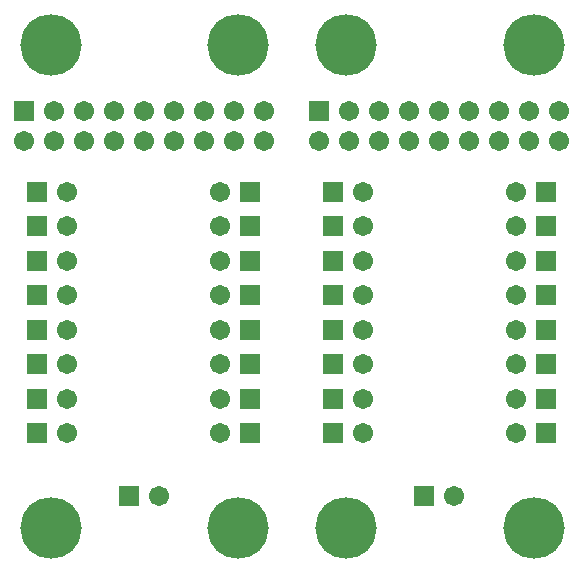
<source format=gbs>
%FSLAX24Y24*%
%MOIN*%
G70*
G01*
G75*
G04 Layer_Color=16711935*
%ADD10R,0.0433X0.0551*%
%ADD11R,0.0354X0.0276*%
%ADD12R,0.0335X0.0138*%
%ADD13R,0.0276X0.0354*%
%ADD14C,0.0100*%
%ADD15C,0.0300*%
%ADD16C,0.0250*%
%ADD17R,0.0591X0.0591*%
%ADD18C,0.0591*%
%ADD19C,0.1969*%
%ADD20C,0.0150*%
%ADD21C,0.0200*%
%ADD22C,0.0098*%
%ADD23C,0.0079*%
%ADD24C,0.0063*%
%ADD25C,0.0060*%
%ADD26R,0.0513X0.0631*%
%ADD27R,0.0434X0.0356*%
%ADD28R,0.0415X0.0218*%
%ADD29R,0.0356X0.0434*%
%ADD30R,0.0671X0.0671*%
%ADD31C,0.0671*%
%ADD32C,0.2049*%
D30*
X21243Y43250D02*
D03*
Y42100D02*
D03*
Y40950D02*
D03*
Y39800D02*
D03*
X24293Y33100D02*
D03*
X21243Y38650D02*
D03*
Y37500D02*
D03*
Y36350D02*
D03*
Y35200D02*
D03*
X28343Y43250D02*
D03*
Y42100D02*
D03*
Y40950D02*
D03*
Y39800D02*
D03*
Y38650D02*
D03*
Y37500D02*
D03*
Y36350D02*
D03*
Y35200D02*
D03*
X20793Y45950D02*
D03*
X11400Y43250D02*
D03*
Y42100D02*
D03*
Y40950D02*
D03*
Y39800D02*
D03*
X14450Y33100D02*
D03*
X11400Y38650D02*
D03*
Y37500D02*
D03*
Y36350D02*
D03*
Y35200D02*
D03*
X18500Y43250D02*
D03*
Y42100D02*
D03*
Y40950D02*
D03*
Y39800D02*
D03*
Y38650D02*
D03*
Y37500D02*
D03*
Y36350D02*
D03*
Y35200D02*
D03*
X10950Y45950D02*
D03*
D31*
X22243Y43250D02*
D03*
Y42100D02*
D03*
Y40950D02*
D03*
Y39800D02*
D03*
X25293Y33100D02*
D03*
X22243Y38650D02*
D03*
Y37500D02*
D03*
Y36350D02*
D03*
Y35200D02*
D03*
X27343Y43250D02*
D03*
Y42100D02*
D03*
Y40950D02*
D03*
Y39800D02*
D03*
Y38650D02*
D03*
Y37500D02*
D03*
Y36350D02*
D03*
Y35200D02*
D03*
X28793Y44950D02*
D03*
Y45950D02*
D03*
X27793Y44950D02*
D03*
Y45950D02*
D03*
X26793Y44950D02*
D03*
Y45950D02*
D03*
X25793Y44950D02*
D03*
Y45950D02*
D03*
X24793Y44950D02*
D03*
Y45950D02*
D03*
X23793Y44950D02*
D03*
Y45950D02*
D03*
X22793Y44950D02*
D03*
Y45950D02*
D03*
X21793Y44950D02*
D03*
Y45950D02*
D03*
X20793Y44950D02*
D03*
X12400Y43250D02*
D03*
Y42100D02*
D03*
Y40950D02*
D03*
Y39800D02*
D03*
X15450Y33100D02*
D03*
X12400Y38650D02*
D03*
Y37500D02*
D03*
Y36350D02*
D03*
Y35200D02*
D03*
X17500Y43250D02*
D03*
Y42100D02*
D03*
Y40950D02*
D03*
Y39800D02*
D03*
Y38650D02*
D03*
Y37500D02*
D03*
Y36350D02*
D03*
Y35200D02*
D03*
X18950Y44950D02*
D03*
Y45950D02*
D03*
X17950Y44950D02*
D03*
Y45950D02*
D03*
X16950Y44950D02*
D03*
Y45950D02*
D03*
X15950Y44950D02*
D03*
Y45950D02*
D03*
X14950Y44950D02*
D03*
Y45950D02*
D03*
X13950Y44950D02*
D03*
Y45950D02*
D03*
X12950Y44950D02*
D03*
Y45950D02*
D03*
X11950Y44950D02*
D03*
Y45950D02*
D03*
X10950Y44950D02*
D03*
D32*
X21693Y48150D02*
D03*
X27943D02*
D03*
Y32050D02*
D03*
X21693D02*
D03*
X11850Y48150D02*
D03*
X18100D02*
D03*
Y32050D02*
D03*
X11850D02*
D03*
M02*

</source>
